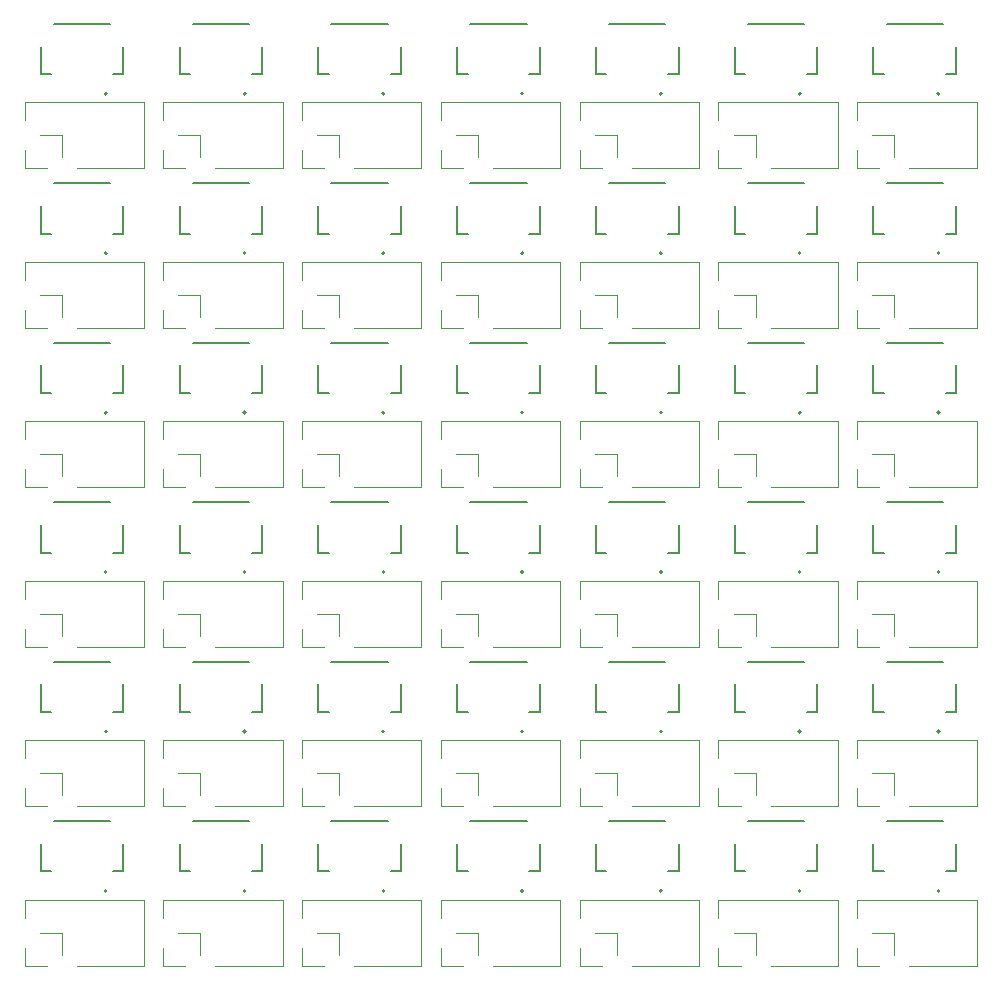
<source format=gbr>
G04 #@! TF.GenerationSoftware,KiCad,Pcbnew,5.1.0-060a0da~80~ubuntu18.04.1*
G04 #@! TF.CreationDate,2019-05-11T20:46:11+02:00*
G04 #@! TF.ProjectId,spi_connector_board,7370695f-636f-46e6-9e65-63746f725f62,rev?*
G04 #@! TF.SameCoordinates,Original*
G04 #@! TF.FileFunction,Legend,Top*
G04 #@! TF.FilePolarity,Positive*
%FSLAX46Y46*%
G04 Gerber Fmt 4.6, Leading zero omitted, Abs format (unit mm)*
G04 Created by KiCad (PCBNEW 5.1.0-060a0da~80~ubuntu18.04.1) date 2019-05-11 20:46:11*
%MOMM*%
%LPD*%
G04 APERTURE LIST*
%ADD10C,0.120000*%
%ADD11C,0.127000*%
%ADD12C,0.200000*%
G04 APERTURE END LIST*
D10*
X194040000Y-152030000D02*
X199725000Y-152030000D01*
X199725000Y-152030000D02*
X199725000Y-146430000D01*
X189625000Y-146430000D02*
X199725000Y-146430000D01*
X189625000Y-147960000D02*
X189625000Y-146430000D01*
X190900000Y-149230000D02*
X192770000Y-149230000D01*
X192770000Y-149230000D02*
X192770000Y-151100000D01*
X191500000Y-152030000D02*
X189625000Y-152030000D01*
X189625000Y-152030000D02*
X189625000Y-150500000D01*
X182290000Y-152030000D02*
X187975000Y-152030000D01*
X187975000Y-152030000D02*
X187975000Y-146430000D01*
X177875000Y-146430000D02*
X187975000Y-146430000D01*
X177875000Y-147960000D02*
X177875000Y-146430000D01*
X179150000Y-149230000D02*
X181020000Y-149230000D01*
X181020000Y-149230000D02*
X181020000Y-151100000D01*
X179750000Y-152030000D02*
X177875000Y-152030000D01*
X177875000Y-152030000D02*
X177875000Y-150500000D01*
X170540000Y-152030000D02*
X176225000Y-152030000D01*
X176225000Y-152030000D02*
X176225000Y-146430000D01*
X166125000Y-146430000D02*
X176225000Y-146430000D01*
X166125000Y-147960000D02*
X166125000Y-146430000D01*
X167400000Y-149230000D02*
X169270000Y-149230000D01*
X169270000Y-149230000D02*
X169270000Y-151100000D01*
X168000000Y-152030000D02*
X166125000Y-152030000D01*
X166125000Y-152030000D02*
X166125000Y-150500000D01*
X158790000Y-152030000D02*
X164475000Y-152030000D01*
X164475000Y-152030000D02*
X164475000Y-146430000D01*
X154375000Y-146430000D02*
X164475000Y-146430000D01*
X154375000Y-147960000D02*
X154375000Y-146430000D01*
X155650000Y-149230000D02*
X157520000Y-149230000D01*
X157520000Y-149230000D02*
X157520000Y-151100000D01*
X156250000Y-152030000D02*
X154375000Y-152030000D01*
X154375000Y-152030000D02*
X154375000Y-150500000D01*
X147040000Y-152030000D02*
X152725000Y-152030000D01*
X152725000Y-152030000D02*
X152725000Y-146430000D01*
X142625000Y-146430000D02*
X152725000Y-146430000D01*
X142625000Y-147960000D02*
X142625000Y-146430000D01*
X143900000Y-149230000D02*
X145770000Y-149230000D01*
X145770000Y-149230000D02*
X145770000Y-151100000D01*
X144500000Y-152030000D02*
X142625000Y-152030000D01*
X142625000Y-152030000D02*
X142625000Y-150500000D01*
X135290000Y-152030000D02*
X140975000Y-152030000D01*
X140975000Y-152030000D02*
X140975000Y-146430000D01*
X130875000Y-146430000D02*
X140975000Y-146430000D01*
X130875000Y-147960000D02*
X130875000Y-146430000D01*
X132150000Y-149230000D02*
X134020000Y-149230000D01*
X134020000Y-149230000D02*
X134020000Y-151100000D01*
X132750000Y-152030000D02*
X130875000Y-152030000D01*
X130875000Y-152030000D02*
X130875000Y-150500000D01*
X123540000Y-152030000D02*
X129225000Y-152030000D01*
X129225000Y-152030000D02*
X129225000Y-146430000D01*
X119125000Y-146430000D02*
X129225000Y-146430000D01*
X119125000Y-147960000D02*
X119125000Y-146430000D01*
X120400000Y-149230000D02*
X122270000Y-149230000D01*
X122270000Y-149230000D02*
X122270000Y-151100000D01*
X121000000Y-152030000D02*
X119125000Y-152030000D01*
X119125000Y-152030000D02*
X119125000Y-150500000D01*
X194040000Y-138530000D02*
X199725000Y-138530000D01*
X199725000Y-138530000D02*
X199725000Y-132930000D01*
X189625000Y-132930000D02*
X199725000Y-132930000D01*
X189625000Y-134460000D02*
X189625000Y-132930000D01*
X190900000Y-135730000D02*
X192770000Y-135730000D01*
X192770000Y-135730000D02*
X192770000Y-137600000D01*
X191500000Y-138530000D02*
X189625000Y-138530000D01*
X189625000Y-138530000D02*
X189625000Y-137000000D01*
X182290000Y-138530000D02*
X187975000Y-138530000D01*
X187975000Y-138530000D02*
X187975000Y-132930000D01*
X177875000Y-132930000D02*
X187975000Y-132930000D01*
X177875000Y-134460000D02*
X177875000Y-132930000D01*
X179150000Y-135730000D02*
X181020000Y-135730000D01*
X181020000Y-135730000D02*
X181020000Y-137600000D01*
X179750000Y-138530000D02*
X177875000Y-138530000D01*
X177875000Y-138530000D02*
X177875000Y-137000000D01*
X170540000Y-138530000D02*
X176225000Y-138530000D01*
X176225000Y-138530000D02*
X176225000Y-132930000D01*
X166125000Y-132930000D02*
X176225000Y-132930000D01*
X166125000Y-134460000D02*
X166125000Y-132930000D01*
X167400000Y-135730000D02*
X169270000Y-135730000D01*
X169270000Y-135730000D02*
X169270000Y-137600000D01*
X168000000Y-138530000D02*
X166125000Y-138530000D01*
X166125000Y-138530000D02*
X166125000Y-137000000D01*
X158790000Y-138530000D02*
X164475000Y-138530000D01*
X164475000Y-138530000D02*
X164475000Y-132930000D01*
X154375000Y-132930000D02*
X164475000Y-132930000D01*
X154375000Y-134460000D02*
X154375000Y-132930000D01*
X155650000Y-135730000D02*
X157520000Y-135730000D01*
X157520000Y-135730000D02*
X157520000Y-137600000D01*
X156250000Y-138530000D02*
X154375000Y-138530000D01*
X154375000Y-138530000D02*
X154375000Y-137000000D01*
X147040000Y-138530000D02*
X152725000Y-138530000D01*
X152725000Y-138530000D02*
X152725000Y-132930000D01*
X142625000Y-132930000D02*
X152725000Y-132930000D01*
X142625000Y-134460000D02*
X142625000Y-132930000D01*
X143900000Y-135730000D02*
X145770000Y-135730000D01*
X145770000Y-135730000D02*
X145770000Y-137600000D01*
X144500000Y-138530000D02*
X142625000Y-138530000D01*
X142625000Y-138530000D02*
X142625000Y-137000000D01*
X135290000Y-138530000D02*
X140975000Y-138530000D01*
X140975000Y-138530000D02*
X140975000Y-132930000D01*
X130875000Y-132930000D02*
X140975000Y-132930000D01*
X130875000Y-134460000D02*
X130875000Y-132930000D01*
X132150000Y-135730000D02*
X134020000Y-135730000D01*
X134020000Y-135730000D02*
X134020000Y-137600000D01*
X132750000Y-138530000D02*
X130875000Y-138530000D01*
X130875000Y-138530000D02*
X130875000Y-137000000D01*
X123540000Y-138530000D02*
X129225000Y-138530000D01*
X129225000Y-138530000D02*
X129225000Y-132930000D01*
X119125000Y-132930000D02*
X129225000Y-132930000D01*
X119125000Y-134460000D02*
X119125000Y-132930000D01*
X120400000Y-135730000D02*
X122270000Y-135730000D01*
X122270000Y-135730000D02*
X122270000Y-137600000D01*
X121000000Y-138530000D02*
X119125000Y-138530000D01*
X119125000Y-138530000D02*
X119125000Y-137000000D01*
X194040000Y-125030000D02*
X199725000Y-125030000D01*
X199725000Y-125030000D02*
X199725000Y-119430000D01*
X189625000Y-119430000D02*
X199725000Y-119430000D01*
X189625000Y-120960000D02*
X189625000Y-119430000D01*
X190900000Y-122230000D02*
X192770000Y-122230000D01*
X192770000Y-122230000D02*
X192770000Y-124100000D01*
X191500000Y-125030000D02*
X189625000Y-125030000D01*
X189625000Y-125030000D02*
X189625000Y-123500000D01*
X182290000Y-125030000D02*
X187975000Y-125030000D01*
X187975000Y-125030000D02*
X187975000Y-119430000D01*
X177875000Y-119430000D02*
X187975000Y-119430000D01*
X177875000Y-120960000D02*
X177875000Y-119430000D01*
X179150000Y-122230000D02*
X181020000Y-122230000D01*
X181020000Y-122230000D02*
X181020000Y-124100000D01*
X179750000Y-125030000D02*
X177875000Y-125030000D01*
X177875000Y-125030000D02*
X177875000Y-123500000D01*
X170540000Y-125030000D02*
X176225000Y-125030000D01*
X176225000Y-125030000D02*
X176225000Y-119430000D01*
X166125000Y-119430000D02*
X176225000Y-119430000D01*
X166125000Y-120960000D02*
X166125000Y-119430000D01*
X167400000Y-122230000D02*
X169270000Y-122230000D01*
X169270000Y-122230000D02*
X169270000Y-124100000D01*
X168000000Y-125030000D02*
X166125000Y-125030000D01*
X166125000Y-125030000D02*
X166125000Y-123500000D01*
X158790000Y-125030000D02*
X164475000Y-125030000D01*
X164475000Y-125030000D02*
X164475000Y-119430000D01*
X154375000Y-119430000D02*
X164475000Y-119430000D01*
X154375000Y-120960000D02*
X154375000Y-119430000D01*
X155650000Y-122230000D02*
X157520000Y-122230000D01*
X157520000Y-122230000D02*
X157520000Y-124100000D01*
X156250000Y-125030000D02*
X154375000Y-125030000D01*
X154375000Y-125030000D02*
X154375000Y-123500000D01*
X147040000Y-125030000D02*
X152725000Y-125030000D01*
X152725000Y-125030000D02*
X152725000Y-119430000D01*
X142625000Y-119430000D02*
X152725000Y-119430000D01*
X142625000Y-120960000D02*
X142625000Y-119430000D01*
X143900000Y-122230000D02*
X145770000Y-122230000D01*
X145770000Y-122230000D02*
X145770000Y-124100000D01*
X144500000Y-125030000D02*
X142625000Y-125030000D01*
X142625000Y-125030000D02*
X142625000Y-123500000D01*
X135290000Y-125030000D02*
X140975000Y-125030000D01*
X140975000Y-125030000D02*
X140975000Y-119430000D01*
X130875000Y-119430000D02*
X140975000Y-119430000D01*
X130875000Y-120960000D02*
X130875000Y-119430000D01*
X132150000Y-122230000D02*
X134020000Y-122230000D01*
X134020000Y-122230000D02*
X134020000Y-124100000D01*
X132750000Y-125030000D02*
X130875000Y-125030000D01*
X130875000Y-125030000D02*
X130875000Y-123500000D01*
X123540000Y-125030000D02*
X129225000Y-125030000D01*
X129225000Y-125030000D02*
X129225000Y-119430000D01*
X119125000Y-119430000D02*
X129225000Y-119430000D01*
X119125000Y-120960000D02*
X119125000Y-119430000D01*
X120400000Y-122230000D02*
X122270000Y-122230000D01*
X122270000Y-122230000D02*
X122270000Y-124100000D01*
X121000000Y-125030000D02*
X119125000Y-125030000D01*
X119125000Y-125030000D02*
X119125000Y-123500000D01*
X194040000Y-111530000D02*
X199725000Y-111530000D01*
X199725000Y-111530000D02*
X199725000Y-105930000D01*
X189625000Y-105930000D02*
X199725000Y-105930000D01*
X189625000Y-107460000D02*
X189625000Y-105930000D01*
X190900000Y-108730000D02*
X192770000Y-108730000D01*
X192770000Y-108730000D02*
X192770000Y-110600000D01*
X191500000Y-111530000D02*
X189625000Y-111530000D01*
X189625000Y-111530000D02*
X189625000Y-110000000D01*
X182290000Y-111530000D02*
X187975000Y-111530000D01*
X187975000Y-111530000D02*
X187975000Y-105930000D01*
X177875000Y-105930000D02*
X187975000Y-105930000D01*
X177875000Y-107460000D02*
X177875000Y-105930000D01*
X179150000Y-108730000D02*
X181020000Y-108730000D01*
X181020000Y-108730000D02*
X181020000Y-110600000D01*
X179750000Y-111530000D02*
X177875000Y-111530000D01*
X177875000Y-111530000D02*
X177875000Y-110000000D01*
X170540000Y-111530000D02*
X176225000Y-111530000D01*
X176225000Y-111530000D02*
X176225000Y-105930000D01*
X166125000Y-105930000D02*
X176225000Y-105930000D01*
X166125000Y-107460000D02*
X166125000Y-105930000D01*
X167400000Y-108730000D02*
X169270000Y-108730000D01*
X169270000Y-108730000D02*
X169270000Y-110600000D01*
X168000000Y-111530000D02*
X166125000Y-111530000D01*
X166125000Y-111530000D02*
X166125000Y-110000000D01*
X158790000Y-111530000D02*
X164475000Y-111530000D01*
X164475000Y-111530000D02*
X164475000Y-105930000D01*
X154375000Y-105930000D02*
X164475000Y-105930000D01*
X154375000Y-107460000D02*
X154375000Y-105930000D01*
X155650000Y-108730000D02*
X157520000Y-108730000D01*
X157520000Y-108730000D02*
X157520000Y-110600000D01*
X156250000Y-111530000D02*
X154375000Y-111530000D01*
X154375000Y-111530000D02*
X154375000Y-110000000D01*
X147040000Y-111530000D02*
X152725000Y-111530000D01*
X152725000Y-111530000D02*
X152725000Y-105930000D01*
X142625000Y-105930000D02*
X152725000Y-105930000D01*
X142625000Y-107460000D02*
X142625000Y-105930000D01*
X143900000Y-108730000D02*
X145770000Y-108730000D01*
X145770000Y-108730000D02*
X145770000Y-110600000D01*
X144500000Y-111530000D02*
X142625000Y-111530000D01*
X142625000Y-111530000D02*
X142625000Y-110000000D01*
X135290000Y-111530000D02*
X140975000Y-111530000D01*
X140975000Y-111530000D02*
X140975000Y-105930000D01*
X130875000Y-105930000D02*
X140975000Y-105930000D01*
X130875000Y-107460000D02*
X130875000Y-105930000D01*
X132150000Y-108730000D02*
X134020000Y-108730000D01*
X134020000Y-108730000D02*
X134020000Y-110600000D01*
X132750000Y-111530000D02*
X130875000Y-111530000D01*
X130875000Y-111530000D02*
X130875000Y-110000000D01*
X123540000Y-111530000D02*
X129225000Y-111530000D01*
X129225000Y-111530000D02*
X129225000Y-105930000D01*
X119125000Y-105930000D02*
X129225000Y-105930000D01*
X119125000Y-107460000D02*
X119125000Y-105930000D01*
X120400000Y-108730000D02*
X122270000Y-108730000D01*
X122270000Y-108730000D02*
X122270000Y-110600000D01*
X121000000Y-111530000D02*
X119125000Y-111530000D01*
X119125000Y-111530000D02*
X119125000Y-110000000D01*
X194040000Y-98030000D02*
X199725000Y-98030000D01*
X199725000Y-98030000D02*
X199725000Y-92430000D01*
X189625000Y-92430000D02*
X199725000Y-92430000D01*
X189625000Y-93960000D02*
X189625000Y-92430000D01*
X190900000Y-95230000D02*
X192770000Y-95230000D01*
X192770000Y-95230000D02*
X192770000Y-97100000D01*
X191500000Y-98030000D02*
X189625000Y-98030000D01*
X189625000Y-98030000D02*
X189625000Y-96500000D01*
X182290000Y-98030000D02*
X187975000Y-98030000D01*
X187975000Y-98030000D02*
X187975000Y-92430000D01*
X177875000Y-92430000D02*
X187975000Y-92430000D01*
X177875000Y-93960000D02*
X177875000Y-92430000D01*
X179150000Y-95230000D02*
X181020000Y-95230000D01*
X181020000Y-95230000D02*
X181020000Y-97100000D01*
X179750000Y-98030000D02*
X177875000Y-98030000D01*
X177875000Y-98030000D02*
X177875000Y-96500000D01*
X170540000Y-98030000D02*
X176225000Y-98030000D01*
X176225000Y-98030000D02*
X176225000Y-92430000D01*
X166125000Y-92430000D02*
X176225000Y-92430000D01*
X166125000Y-93960000D02*
X166125000Y-92430000D01*
X167400000Y-95230000D02*
X169270000Y-95230000D01*
X169270000Y-95230000D02*
X169270000Y-97100000D01*
X168000000Y-98030000D02*
X166125000Y-98030000D01*
X166125000Y-98030000D02*
X166125000Y-96500000D01*
X158790000Y-98030000D02*
X164475000Y-98030000D01*
X164475000Y-98030000D02*
X164475000Y-92430000D01*
X154375000Y-92430000D02*
X164475000Y-92430000D01*
X154375000Y-93960000D02*
X154375000Y-92430000D01*
X155650000Y-95230000D02*
X157520000Y-95230000D01*
X157520000Y-95230000D02*
X157520000Y-97100000D01*
X156250000Y-98030000D02*
X154375000Y-98030000D01*
X154375000Y-98030000D02*
X154375000Y-96500000D01*
X147040000Y-98030000D02*
X152725000Y-98030000D01*
X152725000Y-98030000D02*
X152725000Y-92430000D01*
X142625000Y-92430000D02*
X152725000Y-92430000D01*
X142625000Y-93960000D02*
X142625000Y-92430000D01*
X143900000Y-95230000D02*
X145770000Y-95230000D01*
X145770000Y-95230000D02*
X145770000Y-97100000D01*
X144500000Y-98030000D02*
X142625000Y-98030000D01*
X142625000Y-98030000D02*
X142625000Y-96500000D01*
X135290000Y-98030000D02*
X140975000Y-98030000D01*
X140975000Y-98030000D02*
X140975000Y-92430000D01*
X130875000Y-92430000D02*
X140975000Y-92430000D01*
X130875000Y-93960000D02*
X130875000Y-92430000D01*
X132150000Y-95230000D02*
X134020000Y-95230000D01*
X134020000Y-95230000D02*
X134020000Y-97100000D01*
X132750000Y-98030000D02*
X130875000Y-98030000D01*
X130875000Y-98030000D02*
X130875000Y-96500000D01*
X123540000Y-98030000D02*
X129225000Y-98030000D01*
X129225000Y-98030000D02*
X129225000Y-92430000D01*
X119125000Y-92430000D02*
X129225000Y-92430000D01*
X119125000Y-93960000D02*
X119125000Y-92430000D01*
X120400000Y-95230000D02*
X122270000Y-95230000D01*
X122270000Y-95230000D02*
X122270000Y-97100000D01*
X121000000Y-98030000D02*
X119125000Y-98030000D01*
X119125000Y-98030000D02*
X119125000Y-96500000D01*
X194040000Y-84530000D02*
X199725000Y-84530000D01*
X199725000Y-84530000D02*
X199725000Y-78930000D01*
X189625000Y-78930000D02*
X199725000Y-78930000D01*
X189625000Y-80460000D02*
X189625000Y-78930000D01*
X190900000Y-81730000D02*
X192770000Y-81730000D01*
X192770000Y-81730000D02*
X192770000Y-83600000D01*
X191500000Y-84530000D02*
X189625000Y-84530000D01*
X189625000Y-84530000D02*
X189625000Y-83000000D01*
X182290000Y-84530000D02*
X187975000Y-84530000D01*
X187975000Y-84530000D02*
X187975000Y-78930000D01*
X177875000Y-78930000D02*
X187975000Y-78930000D01*
X177875000Y-80460000D02*
X177875000Y-78930000D01*
X179150000Y-81730000D02*
X181020000Y-81730000D01*
X181020000Y-81730000D02*
X181020000Y-83600000D01*
X179750000Y-84530000D02*
X177875000Y-84530000D01*
X177875000Y-84530000D02*
X177875000Y-83000000D01*
X170540000Y-84530000D02*
X176225000Y-84530000D01*
X176225000Y-84530000D02*
X176225000Y-78930000D01*
X166125000Y-78930000D02*
X176225000Y-78930000D01*
X166125000Y-80460000D02*
X166125000Y-78930000D01*
X167400000Y-81730000D02*
X169270000Y-81730000D01*
X169270000Y-81730000D02*
X169270000Y-83600000D01*
X168000000Y-84530000D02*
X166125000Y-84530000D01*
X166125000Y-84530000D02*
X166125000Y-83000000D01*
X158790000Y-84530000D02*
X164475000Y-84530000D01*
X164475000Y-84530000D02*
X164475000Y-78930000D01*
X154375000Y-78930000D02*
X164475000Y-78930000D01*
X154375000Y-80460000D02*
X154375000Y-78930000D01*
X155650000Y-81730000D02*
X157520000Y-81730000D01*
X157520000Y-81730000D02*
X157520000Y-83600000D01*
X156250000Y-84530000D02*
X154375000Y-84530000D01*
X154375000Y-84530000D02*
X154375000Y-83000000D01*
X147040000Y-84530000D02*
X152725000Y-84530000D01*
X152725000Y-84530000D02*
X152725000Y-78930000D01*
X142625000Y-78930000D02*
X152725000Y-78930000D01*
X142625000Y-80460000D02*
X142625000Y-78930000D01*
X143900000Y-81730000D02*
X145770000Y-81730000D01*
X145770000Y-81730000D02*
X145770000Y-83600000D01*
X144500000Y-84530000D02*
X142625000Y-84530000D01*
X142625000Y-84530000D02*
X142625000Y-83000000D01*
X135290000Y-84530000D02*
X140975000Y-84530000D01*
X140975000Y-84530000D02*
X140975000Y-78930000D01*
X130875000Y-78930000D02*
X140975000Y-78930000D01*
X130875000Y-80460000D02*
X130875000Y-78930000D01*
X132150000Y-81730000D02*
X134020000Y-81730000D01*
X134020000Y-81730000D02*
X134020000Y-83600000D01*
X132750000Y-84530000D02*
X130875000Y-84530000D01*
X130875000Y-84530000D02*
X130875000Y-83000000D01*
D11*
X197110000Y-144050000D02*
X198000000Y-144050000D01*
X198000000Y-144050000D02*
X198000000Y-141710000D01*
X196890000Y-139800000D02*
X192110000Y-139800000D01*
X191890000Y-144050000D02*
X191000000Y-144050000D01*
X191000000Y-144050000D02*
X191000000Y-141710000D01*
D12*
X196600000Y-145700000D02*
G75*
G03X196600000Y-145700000I-100000J0D01*
G01*
D11*
X185360000Y-144050000D02*
X186250000Y-144050000D01*
X186250000Y-144050000D02*
X186250000Y-141710000D01*
X185140000Y-139800000D02*
X180360000Y-139800000D01*
X180140000Y-144050000D02*
X179250000Y-144050000D01*
X179250000Y-144050000D02*
X179250000Y-141710000D01*
D12*
X184850000Y-145700000D02*
G75*
G03X184850000Y-145700000I-100000J0D01*
G01*
D11*
X173610000Y-144050000D02*
X174500000Y-144050000D01*
X174500000Y-144050000D02*
X174500000Y-141710000D01*
X173390000Y-139800000D02*
X168610000Y-139800000D01*
X168390000Y-144050000D02*
X167500000Y-144050000D01*
X167500000Y-144050000D02*
X167500000Y-141710000D01*
D12*
X173100000Y-145700000D02*
G75*
G03X173100000Y-145700000I-100000J0D01*
G01*
D11*
X161860000Y-144050000D02*
X162750000Y-144050000D01*
X162750000Y-144050000D02*
X162750000Y-141710000D01*
X161640000Y-139800000D02*
X156860000Y-139800000D01*
X156640000Y-144050000D02*
X155750000Y-144050000D01*
X155750000Y-144050000D02*
X155750000Y-141710000D01*
D12*
X161350000Y-145700000D02*
G75*
G03X161350000Y-145700000I-100000J0D01*
G01*
D11*
X150110000Y-144050000D02*
X151000000Y-144050000D01*
X151000000Y-144050000D02*
X151000000Y-141710000D01*
X149890000Y-139800000D02*
X145110000Y-139800000D01*
X144890000Y-144050000D02*
X144000000Y-144050000D01*
X144000000Y-144050000D02*
X144000000Y-141710000D01*
D12*
X149600000Y-145700000D02*
G75*
G03X149600000Y-145700000I-100000J0D01*
G01*
D11*
X138360000Y-144050000D02*
X139250000Y-144050000D01*
X139250000Y-144050000D02*
X139250000Y-141710000D01*
X138140000Y-139800000D02*
X133360000Y-139800000D01*
X133140000Y-144050000D02*
X132250000Y-144050000D01*
X132250000Y-144050000D02*
X132250000Y-141710000D01*
D12*
X137850000Y-145700000D02*
G75*
G03X137850000Y-145700000I-100000J0D01*
G01*
D11*
X126610000Y-144050000D02*
X127500000Y-144050000D01*
X127500000Y-144050000D02*
X127500000Y-141710000D01*
X126390000Y-139800000D02*
X121610000Y-139800000D01*
X121390000Y-144050000D02*
X120500000Y-144050000D01*
X120500000Y-144050000D02*
X120500000Y-141710000D01*
D12*
X126100000Y-145700000D02*
G75*
G03X126100000Y-145700000I-100000J0D01*
G01*
D11*
X197110000Y-130550000D02*
X198000000Y-130550000D01*
X198000000Y-130550000D02*
X198000000Y-128210000D01*
X196890000Y-126300000D02*
X192110000Y-126300000D01*
X191890000Y-130550000D02*
X191000000Y-130550000D01*
X191000000Y-130550000D02*
X191000000Y-128210000D01*
D12*
X196600000Y-132200000D02*
G75*
G03X196600000Y-132200000I-100000J0D01*
G01*
D11*
X185360000Y-130550000D02*
X186250000Y-130550000D01*
X186250000Y-130550000D02*
X186250000Y-128210000D01*
X185140000Y-126300000D02*
X180360000Y-126300000D01*
X180140000Y-130550000D02*
X179250000Y-130550000D01*
X179250000Y-130550000D02*
X179250000Y-128210000D01*
D12*
X184850000Y-132200000D02*
G75*
G03X184850000Y-132200000I-100000J0D01*
G01*
D11*
X173610000Y-130550000D02*
X174500000Y-130550000D01*
X174500000Y-130550000D02*
X174500000Y-128210000D01*
X173390000Y-126300000D02*
X168610000Y-126300000D01*
X168390000Y-130550000D02*
X167500000Y-130550000D01*
X167500000Y-130550000D02*
X167500000Y-128210000D01*
D12*
X173100000Y-132200000D02*
G75*
G03X173100000Y-132200000I-100000J0D01*
G01*
D11*
X161860000Y-130550000D02*
X162750000Y-130550000D01*
X162750000Y-130550000D02*
X162750000Y-128210000D01*
X161640000Y-126300000D02*
X156860000Y-126300000D01*
X156640000Y-130550000D02*
X155750000Y-130550000D01*
X155750000Y-130550000D02*
X155750000Y-128210000D01*
D12*
X161350000Y-132200000D02*
G75*
G03X161350000Y-132200000I-100000J0D01*
G01*
D11*
X150110000Y-130550000D02*
X151000000Y-130550000D01*
X151000000Y-130550000D02*
X151000000Y-128210000D01*
X149890000Y-126300000D02*
X145110000Y-126300000D01*
X144890000Y-130550000D02*
X144000000Y-130550000D01*
X144000000Y-130550000D02*
X144000000Y-128210000D01*
D12*
X149600000Y-132200000D02*
G75*
G03X149600000Y-132200000I-100000J0D01*
G01*
D11*
X138360000Y-130550000D02*
X139250000Y-130550000D01*
X139250000Y-130550000D02*
X139250000Y-128210000D01*
X138140000Y-126300000D02*
X133360000Y-126300000D01*
X133140000Y-130550000D02*
X132250000Y-130550000D01*
X132250000Y-130550000D02*
X132250000Y-128210000D01*
D12*
X137850000Y-132200000D02*
G75*
G03X137850000Y-132200000I-100000J0D01*
G01*
D11*
X126610000Y-130550000D02*
X127500000Y-130550000D01*
X127500000Y-130550000D02*
X127500000Y-128210000D01*
X126390000Y-126300000D02*
X121610000Y-126300000D01*
X121390000Y-130550000D02*
X120500000Y-130550000D01*
X120500000Y-130550000D02*
X120500000Y-128210000D01*
D12*
X126100000Y-132200000D02*
G75*
G03X126100000Y-132200000I-100000J0D01*
G01*
D11*
X197110000Y-117050000D02*
X198000000Y-117050000D01*
X198000000Y-117050000D02*
X198000000Y-114710000D01*
X196890000Y-112800000D02*
X192110000Y-112800000D01*
X191890000Y-117050000D02*
X191000000Y-117050000D01*
X191000000Y-117050000D02*
X191000000Y-114710000D01*
D12*
X196600000Y-118700000D02*
G75*
G03X196600000Y-118700000I-100000J0D01*
G01*
D11*
X185360000Y-117050000D02*
X186250000Y-117050000D01*
X186250000Y-117050000D02*
X186250000Y-114710000D01*
X185140000Y-112800000D02*
X180360000Y-112800000D01*
X180140000Y-117050000D02*
X179250000Y-117050000D01*
X179250000Y-117050000D02*
X179250000Y-114710000D01*
D12*
X184850000Y-118700000D02*
G75*
G03X184850000Y-118700000I-100000J0D01*
G01*
D11*
X173610000Y-117050000D02*
X174500000Y-117050000D01*
X174500000Y-117050000D02*
X174500000Y-114710000D01*
X173390000Y-112800000D02*
X168610000Y-112800000D01*
X168390000Y-117050000D02*
X167500000Y-117050000D01*
X167500000Y-117050000D02*
X167500000Y-114710000D01*
D12*
X173100000Y-118700000D02*
G75*
G03X173100000Y-118700000I-100000J0D01*
G01*
D11*
X161860000Y-117050000D02*
X162750000Y-117050000D01*
X162750000Y-117050000D02*
X162750000Y-114710000D01*
X161640000Y-112800000D02*
X156860000Y-112800000D01*
X156640000Y-117050000D02*
X155750000Y-117050000D01*
X155750000Y-117050000D02*
X155750000Y-114710000D01*
D12*
X161350000Y-118700000D02*
G75*
G03X161350000Y-118700000I-100000J0D01*
G01*
D11*
X150110000Y-117050000D02*
X151000000Y-117050000D01*
X151000000Y-117050000D02*
X151000000Y-114710000D01*
X149890000Y-112800000D02*
X145110000Y-112800000D01*
X144890000Y-117050000D02*
X144000000Y-117050000D01*
X144000000Y-117050000D02*
X144000000Y-114710000D01*
D12*
X149600000Y-118700000D02*
G75*
G03X149600000Y-118700000I-100000J0D01*
G01*
D11*
X138360000Y-117050000D02*
X139250000Y-117050000D01*
X139250000Y-117050000D02*
X139250000Y-114710000D01*
X138140000Y-112800000D02*
X133360000Y-112800000D01*
X133140000Y-117050000D02*
X132250000Y-117050000D01*
X132250000Y-117050000D02*
X132250000Y-114710000D01*
D12*
X137850000Y-118700000D02*
G75*
G03X137850000Y-118700000I-100000J0D01*
G01*
D11*
X126610000Y-117050000D02*
X127500000Y-117050000D01*
X127500000Y-117050000D02*
X127500000Y-114710000D01*
X126390000Y-112800000D02*
X121610000Y-112800000D01*
X121390000Y-117050000D02*
X120500000Y-117050000D01*
X120500000Y-117050000D02*
X120500000Y-114710000D01*
D12*
X126100000Y-118700000D02*
G75*
G03X126100000Y-118700000I-100000J0D01*
G01*
D11*
X197110000Y-103550000D02*
X198000000Y-103550000D01*
X198000000Y-103550000D02*
X198000000Y-101210000D01*
X196890000Y-99300000D02*
X192110000Y-99300000D01*
X191890000Y-103550000D02*
X191000000Y-103550000D01*
X191000000Y-103550000D02*
X191000000Y-101210000D01*
D12*
X196600000Y-105200000D02*
G75*
G03X196600000Y-105200000I-100000J0D01*
G01*
D11*
X185360000Y-103550000D02*
X186250000Y-103550000D01*
X186250000Y-103550000D02*
X186250000Y-101210000D01*
X185140000Y-99300000D02*
X180360000Y-99300000D01*
X180140000Y-103550000D02*
X179250000Y-103550000D01*
X179250000Y-103550000D02*
X179250000Y-101210000D01*
D12*
X184850000Y-105200000D02*
G75*
G03X184850000Y-105200000I-100000J0D01*
G01*
D11*
X173610000Y-103550000D02*
X174500000Y-103550000D01*
X174500000Y-103550000D02*
X174500000Y-101210000D01*
X173390000Y-99300000D02*
X168610000Y-99300000D01*
X168390000Y-103550000D02*
X167500000Y-103550000D01*
X167500000Y-103550000D02*
X167500000Y-101210000D01*
D12*
X173100000Y-105200000D02*
G75*
G03X173100000Y-105200000I-100000J0D01*
G01*
D11*
X161860000Y-103550000D02*
X162750000Y-103550000D01*
X162750000Y-103550000D02*
X162750000Y-101210000D01*
X161640000Y-99300000D02*
X156860000Y-99300000D01*
X156640000Y-103550000D02*
X155750000Y-103550000D01*
X155750000Y-103550000D02*
X155750000Y-101210000D01*
D12*
X161350000Y-105200000D02*
G75*
G03X161350000Y-105200000I-100000J0D01*
G01*
D11*
X150110000Y-103550000D02*
X151000000Y-103550000D01*
X151000000Y-103550000D02*
X151000000Y-101210000D01*
X149890000Y-99300000D02*
X145110000Y-99300000D01*
X144890000Y-103550000D02*
X144000000Y-103550000D01*
X144000000Y-103550000D02*
X144000000Y-101210000D01*
D12*
X149600000Y-105200000D02*
G75*
G03X149600000Y-105200000I-100000J0D01*
G01*
D11*
X138360000Y-103550000D02*
X139250000Y-103550000D01*
X139250000Y-103550000D02*
X139250000Y-101210000D01*
X138140000Y-99300000D02*
X133360000Y-99300000D01*
X133140000Y-103550000D02*
X132250000Y-103550000D01*
X132250000Y-103550000D02*
X132250000Y-101210000D01*
D12*
X137850000Y-105200000D02*
G75*
G03X137850000Y-105200000I-100000J0D01*
G01*
D11*
X126610000Y-103550000D02*
X127500000Y-103550000D01*
X127500000Y-103550000D02*
X127500000Y-101210000D01*
X126390000Y-99300000D02*
X121610000Y-99300000D01*
X121390000Y-103550000D02*
X120500000Y-103550000D01*
X120500000Y-103550000D02*
X120500000Y-101210000D01*
D12*
X126100000Y-105200000D02*
G75*
G03X126100000Y-105200000I-100000J0D01*
G01*
D11*
X197110000Y-90050000D02*
X198000000Y-90050000D01*
X198000000Y-90050000D02*
X198000000Y-87710000D01*
X196890000Y-85800000D02*
X192110000Y-85800000D01*
X191890000Y-90050000D02*
X191000000Y-90050000D01*
X191000000Y-90050000D02*
X191000000Y-87710000D01*
D12*
X196600000Y-91700000D02*
G75*
G03X196600000Y-91700000I-100000J0D01*
G01*
D11*
X185360000Y-90050000D02*
X186250000Y-90050000D01*
X186250000Y-90050000D02*
X186250000Y-87710000D01*
X185140000Y-85800000D02*
X180360000Y-85800000D01*
X180140000Y-90050000D02*
X179250000Y-90050000D01*
X179250000Y-90050000D02*
X179250000Y-87710000D01*
D12*
X184850000Y-91700000D02*
G75*
G03X184850000Y-91700000I-100000J0D01*
G01*
D11*
X173610000Y-90050000D02*
X174500000Y-90050000D01*
X174500000Y-90050000D02*
X174500000Y-87710000D01*
X173390000Y-85800000D02*
X168610000Y-85800000D01*
X168390000Y-90050000D02*
X167500000Y-90050000D01*
X167500000Y-90050000D02*
X167500000Y-87710000D01*
D12*
X173100000Y-91700000D02*
G75*
G03X173100000Y-91700000I-100000J0D01*
G01*
D11*
X161860000Y-90050000D02*
X162750000Y-90050000D01*
X162750000Y-90050000D02*
X162750000Y-87710000D01*
X161640000Y-85800000D02*
X156860000Y-85800000D01*
X156640000Y-90050000D02*
X155750000Y-90050000D01*
X155750000Y-90050000D02*
X155750000Y-87710000D01*
D12*
X161350000Y-91700000D02*
G75*
G03X161350000Y-91700000I-100000J0D01*
G01*
D11*
X150110000Y-90050000D02*
X151000000Y-90050000D01*
X151000000Y-90050000D02*
X151000000Y-87710000D01*
X149890000Y-85800000D02*
X145110000Y-85800000D01*
X144890000Y-90050000D02*
X144000000Y-90050000D01*
X144000000Y-90050000D02*
X144000000Y-87710000D01*
D12*
X149600000Y-91700000D02*
G75*
G03X149600000Y-91700000I-100000J0D01*
G01*
D11*
X138360000Y-90050000D02*
X139250000Y-90050000D01*
X139250000Y-90050000D02*
X139250000Y-87710000D01*
X138140000Y-85800000D02*
X133360000Y-85800000D01*
X133140000Y-90050000D02*
X132250000Y-90050000D01*
X132250000Y-90050000D02*
X132250000Y-87710000D01*
D12*
X137850000Y-91700000D02*
G75*
G03X137850000Y-91700000I-100000J0D01*
G01*
D11*
X126610000Y-90050000D02*
X127500000Y-90050000D01*
X127500000Y-90050000D02*
X127500000Y-87710000D01*
X126390000Y-85800000D02*
X121610000Y-85800000D01*
X121390000Y-90050000D02*
X120500000Y-90050000D01*
X120500000Y-90050000D02*
X120500000Y-87710000D01*
D12*
X126100000Y-91700000D02*
G75*
G03X126100000Y-91700000I-100000J0D01*
G01*
D11*
X197110000Y-76550000D02*
X198000000Y-76550000D01*
X198000000Y-76550000D02*
X198000000Y-74210000D01*
X196890000Y-72300000D02*
X192110000Y-72300000D01*
X191890000Y-76550000D02*
X191000000Y-76550000D01*
X191000000Y-76550000D02*
X191000000Y-74210000D01*
D12*
X196600000Y-78200000D02*
G75*
G03X196600000Y-78200000I-100000J0D01*
G01*
D11*
X185360000Y-76550000D02*
X186250000Y-76550000D01*
X186250000Y-76550000D02*
X186250000Y-74210000D01*
X185140000Y-72300000D02*
X180360000Y-72300000D01*
X180140000Y-76550000D02*
X179250000Y-76550000D01*
X179250000Y-76550000D02*
X179250000Y-74210000D01*
D12*
X184850000Y-78200000D02*
G75*
G03X184850000Y-78200000I-100000J0D01*
G01*
D11*
X173610000Y-76550000D02*
X174500000Y-76550000D01*
X174500000Y-76550000D02*
X174500000Y-74210000D01*
X173390000Y-72300000D02*
X168610000Y-72300000D01*
X168390000Y-76550000D02*
X167500000Y-76550000D01*
X167500000Y-76550000D02*
X167500000Y-74210000D01*
D12*
X173100000Y-78200000D02*
G75*
G03X173100000Y-78200000I-100000J0D01*
G01*
D11*
X161860000Y-76550000D02*
X162750000Y-76550000D01*
X162750000Y-76550000D02*
X162750000Y-74210000D01*
X161640000Y-72300000D02*
X156860000Y-72300000D01*
X156640000Y-76550000D02*
X155750000Y-76550000D01*
X155750000Y-76550000D02*
X155750000Y-74210000D01*
D12*
X161350000Y-78200000D02*
G75*
G03X161350000Y-78200000I-100000J0D01*
G01*
D11*
X150110000Y-76550000D02*
X151000000Y-76550000D01*
X151000000Y-76550000D02*
X151000000Y-74210000D01*
X149890000Y-72300000D02*
X145110000Y-72300000D01*
X144890000Y-76550000D02*
X144000000Y-76550000D01*
X144000000Y-76550000D02*
X144000000Y-74210000D01*
D12*
X149600000Y-78200000D02*
G75*
G03X149600000Y-78200000I-100000J0D01*
G01*
D11*
X138360000Y-76550000D02*
X139250000Y-76550000D01*
X139250000Y-76550000D02*
X139250000Y-74210000D01*
X138140000Y-72300000D02*
X133360000Y-72300000D01*
X133140000Y-76550000D02*
X132250000Y-76550000D01*
X132250000Y-76550000D02*
X132250000Y-74210000D01*
D12*
X137850000Y-78200000D02*
G75*
G03X137850000Y-78200000I-100000J0D01*
G01*
X126100000Y-78200000D02*
G75*
G03X126100000Y-78200000I-100000J0D01*
G01*
D11*
X120500000Y-76550000D02*
X120500000Y-74210000D01*
X121390000Y-76550000D02*
X120500000Y-76550000D01*
X126390000Y-72300000D02*
X121610000Y-72300000D01*
X127500000Y-76550000D02*
X127500000Y-74210000D01*
X126610000Y-76550000D02*
X127500000Y-76550000D01*
D10*
X119125000Y-84530000D02*
X119125000Y-83000000D01*
X121000000Y-84530000D02*
X119125000Y-84530000D01*
X122270000Y-81730000D02*
X122270000Y-83600000D01*
X120400000Y-81730000D02*
X122270000Y-81730000D01*
X119125000Y-80460000D02*
X119125000Y-78930000D01*
X119125000Y-78930000D02*
X129225000Y-78930000D01*
X129225000Y-84530000D02*
X129225000Y-78930000D01*
X123540000Y-84530000D02*
X129225000Y-84530000D01*
M02*

</source>
